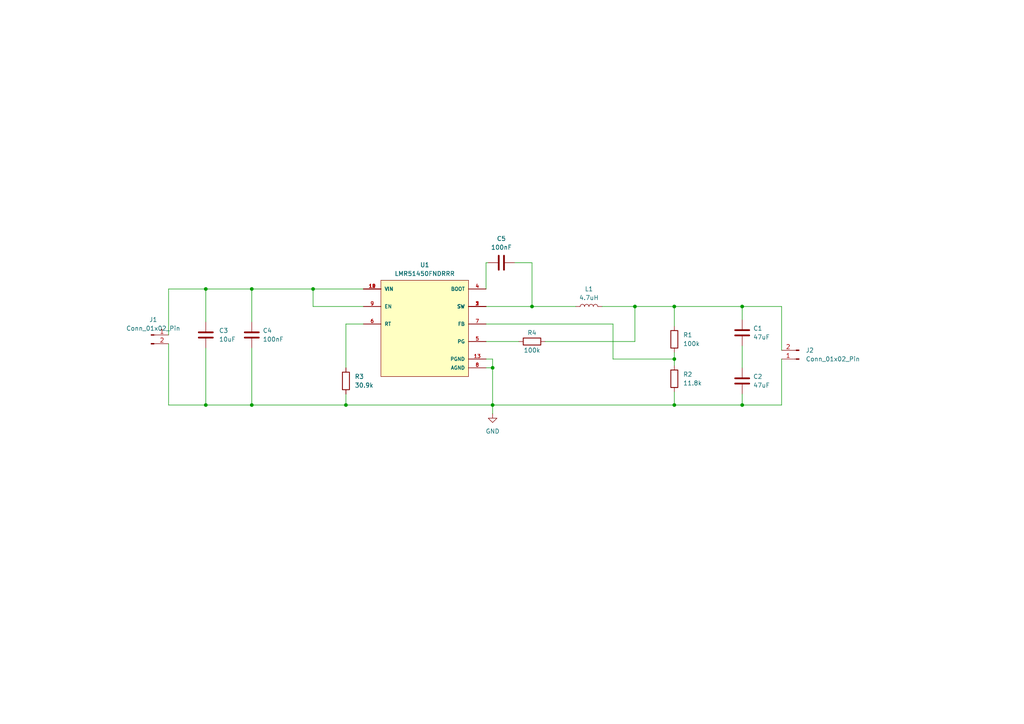
<source format=kicad_sch>
(kicad_sch
	(version 20250114)
	(generator "eeschema")
	(generator_version "9.0")
	(uuid "23d6fee2-33d1-4a2e-ab7d-c267a8d27bbd")
	(paper "A4")
	(lib_symbols
		(symbol "Connector:Conn_01x02_Pin"
			(pin_names
				(offset 1.016)
				(hide yes)
			)
			(exclude_from_sim no)
			(in_bom yes)
			(on_board yes)
			(property "Reference" "J"
				(at 0 2.54 0)
				(effects
					(font
						(size 1.27 1.27)
					)
				)
			)
			(property "Value" "Conn_01x02_Pin"
				(at 0 -5.08 0)
				(effects
					(font
						(size 1.27 1.27)
					)
				)
			)
			(property "Footprint" ""
				(at 0 0 0)
				(effects
					(font
						(size 1.27 1.27)
					)
					(hide yes)
				)
			)
			(property "Datasheet" "~"
				(at 0 0 0)
				(effects
					(font
						(size 1.27 1.27)
					)
					(hide yes)
				)
			)
			(property "Description" "Generic connector, single row, 01x02, script generated"
				(at 0 0 0)
				(effects
					(font
						(size 1.27 1.27)
					)
					(hide yes)
				)
			)
			(property "ki_locked" ""
				(at 0 0 0)
				(effects
					(font
						(size 1.27 1.27)
					)
				)
			)
			(property "ki_keywords" "connector"
				(at 0 0 0)
				(effects
					(font
						(size 1.27 1.27)
					)
					(hide yes)
				)
			)
			(property "ki_fp_filters" "Connector*:*_1x??_*"
				(at 0 0 0)
				(effects
					(font
						(size 1.27 1.27)
					)
					(hide yes)
				)
			)
			(symbol "Conn_01x02_Pin_1_1"
				(rectangle
					(start 0.8636 0.127)
					(end 0 -0.127)
					(stroke
						(width 0.1524)
						(type default)
					)
					(fill
						(type outline)
					)
				)
				(rectangle
					(start 0.8636 -2.413)
					(end 0 -2.667)
					(stroke
						(width 0.1524)
						(type default)
					)
					(fill
						(type outline)
					)
				)
				(polyline
					(pts
						(xy 1.27 0) (xy 0.8636 0)
					)
					(stroke
						(width 0.1524)
						(type default)
					)
					(fill
						(type none)
					)
				)
				(polyline
					(pts
						(xy 1.27 -2.54) (xy 0.8636 -2.54)
					)
					(stroke
						(width 0.1524)
						(type default)
					)
					(fill
						(type none)
					)
				)
				(pin passive line
					(at 5.08 0 180)
					(length 3.81)
					(name "Pin_1"
						(effects
							(font
								(size 1.27 1.27)
							)
						)
					)
					(number "1"
						(effects
							(font
								(size 1.27 1.27)
							)
						)
					)
				)
				(pin passive line
					(at 5.08 -2.54 180)
					(length 3.81)
					(name "Pin_2"
						(effects
							(font
								(size 1.27 1.27)
							)
						)
					)
					(number "2"
						(effects
							(font
								(size 1.27 1.27)
							)
						)
					)
				)
			)
			(embedded_fonts no)
		)
		(symbol "Device:C"
			(pin_numbers
				(hide yes)
			)
			(pin_names
				(offset 0.254)
			)
			(exclude_from_sim no)
			(in_bom yes)
			(on_board yes)
			(property "Reference" "C"
				(at 0.635 2.54 0)
				(effects
					(font
						(size 1.27 1.27)
					)
					(justify left)
				)
			)
			(property "Value" "C"
				(at 0.635 -2.54 0)
				(effects
					(font
						(size 1.27 1.27)
					)
					(justify left)
				)
			)
			(property "Footprint" ""
				(at 0.9652 -3.81 0)
				(effects
					(font
						(size 1.27 1.27)
					)
					(hide yes)
				)
			)
			(property "Datasheet" "~"
				(at 0 0 0)
				(effects
					(font
						(size 1.27 1.27)
					)
					(hide yes)
				)
			)
			(property "Description" "Unpolarized capacitor"
				(at 0 0 0)
				(effects
					(font
						(size 1.27 1.27)
					)
					(hide yes)
				)
			)
			(property "ki_keywords" "cap capacitor"
				(at 0 0 0)
				(effects
					(font
						(size 1.27 1.27)
					)
					(hide yes)
				)
			)
			(property "ki_fp_filters" "C_*"
				(at 0 0 0)
				(effects
					(font
						(size 1.27 1.27)
					)
					(hide yes)
				)
			)
			(symbol "C_0_1"
				(polyline
					(pts
						(xy -2.032 0.762) (xy 2.032 0.762)
					)
					(stroke
						(width 0.508)
						(type default)
					)
					(fill
						(type none)
					)
				)
				(polyline
					(pts
						(xy -2.032 -0.762) (xy 2.032 -0.762)
					)
					(stroke
						(width 0.508)
						(type default)
					)
					(fill
						(type none)
					)
				)
			)
			(symbol "C_1_1"
				(pin passive line
					(at 0 3.81 270)
					(length 2.794)
					(name "~"
						(effects
							(font
								(size 1.27 1.27)
							)
						)
					)
					(number "1"
						(effects
							(font
								(size 1.27 1.27)
							)
						)
					)
				)
				(pin passive line
					(at 0 -3.81 90)
					(length 2.794)
					(name "~"
						(effects
							(font
								(size 1.27 1.27)
							)
						)
					)
					(number "2"
						(effects
							(font
								(size 1.27 1.27)
							)
						)
					)
				)
			)
			(embedded_fonts no)
		)
		(symbol "Device:L"
			(pin_numbers
				(hide yes)
			)
			(pin_names
				(offset 1.016)
				(hide yes)
			)
			(exclude_from_sim no)
			(in_bom yes)
			(on_board yes)
			(property "Reference" "L"
				(at -1.27 0 90)
				(effects
					(font
						(size 1.27 1.27)
					)
				)
			)
			(property "Value" "L"
				(at 1.905 0 90)
				(effects
					(font
						(size 1.27 1.27)
					)
				)
			)
			(property "Footprint" ""
				(at 0 0 0)
				(effects
					(font
						(size 1.27 1.27)
					)
					(hide yes)
				)
			)
			(property "Datasheet" "~"
				(at 0 0 0)
				(effects
					(font
						(size 1.27 1.27)
					)
					(hide yes)
				)
			)
			(property "Description" "Inductor"
				(at 0 0 0)
				(effects
					(font
						(size 1.27 1.27)
					)
					(hide yes)
				)
			)
			(property "ki_keywords" "inductor choke coil reactor magnetic"
				(at 0 0 0)
				(effects
					(font
						(size 1.27 1.27)
					)
					(hide yes)
				)
			)
			(property "ki_fp_filters" "Choke_* *Coil* Inductor_* L_*"
				(at 0 0 0)
				(effects
					(font
						(size 1.27 1.27)
					)
					(hide yes)
				)
			)
			(symbol "L_0_1"
				(arc
					(start 0 2.54)
					(mid 0.6323 1.905)
					(end 0 1.27)
					(stroke
						(width 0)
						(type default)
					)
					(fill
						(type none)
					)
				)
				(arc
					(start 0 1.27)
					(mid 0.6323 0.635)
					(end 0 0)
					(stroke
						(width 0)
						(type default)
					)
					(fill
						(type none)
					)
				)
				(arc
					(start 0 0)
					(mid 0.6323 -0.635)
					(end 0 -1.27)
					(stroke
						(width 0)
						(type default)
					)
					(fill
						(type none)
					)
				)
				(arc
					(start 0 -1.27)
					(mid 0.6323 -1.905)
					(end 0 -2.54)
					(stroke
						(width 0)
						(type default)
					)
					(fill
						(type none)
					)
				)
			)
			(symbol "L_1_1"
				(pin passive line
					(at 0 3.81 270)
					(length 1.27)
					(name "1"
						(effects
							(font
								(size 1.27 1.27)
							)
						)
					)
					(number "1"
						(effects
							(font
								(size 1.27 1.27)
							)
						)
					)
				)
				(pin passive line
					(at 0 -3.81 90)
					(length 1.27)
					(name "2"
						(effects
							(font
								(size 1.27 1.27)
							)
						)
					)
					(number "2"
						(effects
							(font
								(size 1.27 1.27)
							)
						)
					)
				)
			)
			(embedded_fonts no)
		)
		(symbol "Device:R"
			(pin_numbers
				(hide yes)
			)
			(pin_names
				(offset 0)
			)
			(exclude_from_sim no)
			(in_bom yes)
			(on_board yes)
			(property "Reference" "R"
				(at 2.032 0 90)
				(effects
					(font
						(size 1.27 1.27)
					)
				)
			)
			(property "Value" "R"
				(at 0 0 90)
				(effects
					(font
						(size 1.27 1.27)
					)
				)
			)
			(property "Footprint" ""
				(at -1.778 0 90)
				(effects
					(font
						(size 1.27 1.27)
					)
					(hide yes)
				)
			)
			(property "Datasheet" "~"
				(at 0 0 0)
				(effects
					(font
						(size 1.27 1.27)
					)
					(hide yes)
				)
			)
			(property "Description" "Resistor"
				(at 0 0 0)
				(effects
					(font
						(size 1.27 1.27)
					)
					(hide yes)
				)
			)
			(property "ki_keywords" "R res resistor"
				(at 0 0 0)
				(effects
					(font
						(size 1.27 1.27)
					)
					(hide yes)
				)
			)
			(property "ki_fp_filters" "R_*"
				(at 0 0 0)
				(effects
					(font
						(size 1.27 1.27)
					)
					(hide yes)
				)
			)
			(symbol "R_0_1"
				(rectangle
					(start -1.016 -2.54)
					(end 1.016 2.54)
					(stroke
						(width 0.254)
						(type default)
					)
					(fill
						(type none)
					)
				)
			)
			(symbol "R_1_1"
				(pin passive line
					(at 0 3.81 270)
					(length 1.27)
					(name "~"
						(effects
							(font
								(size 1.27 1.27)
							)
						)
					)
					(number "1"
						(effects
							(font
								(size 1.27 1.27)
							)
						)
					)
				)
				(pin passive line
					(at 0 -3.81 90)
					(length 1.27)
					(name "~"
						(effects
							(font
								(size 1.27 1.27)
							)
						)
					)
					(number "2"
						(effects
							(font
								(size 1.27 1.27)
							)
						)
					)
				)
			)
			(embedded_fonts no)
		)
		(symbol "LMR51450FNDRRR:LMR51450FNDRRR"
			(pin_names
				(offset 1.016)
			)
			(exclude_from_sim no)
			(in_bom yes)
			(on_board yes)
			(property "Reference" "U"
				(at -12.7 13.335 0)
				(effects
					(font
						(size 1.27 1.27)
					)
					(justify left bottom)
				)
			)
			(property "Value" "LMR51450FNDRRR"
				(at -12.7 -17.78 0)
				(effects
					(font
						(size 1.27 1.27)
					)
					(justify left bottom)
				)
			)
			(property "Footprint" "LMR51450FNDRRR:CONV_LMR51450FNDRRR"
				(at 0 0 0)
				(effects
					(font
						(size 1.27 1.27)
					)
					(justify bottom)
					(hide yes)
				)
			)
			(property "Datasheet" ""
				(at 0 0 0)
				(effects
					(font
						(size 1.27 1.27)
					)
					(hide yes)
				)
			)
			(property "Description" ""
				(at 0 0 0)
				(effects
					(font
						(size 1.27 1.27)
					)
					(hide yes)
				)
			)
			(property "MF" "Texas Instruments"
				(at 0 0 0)
				(effects
					(font
						(size 1.27 1.27)
					)
					(justify bottom)
					(hide yes)
				)
			)
			(property "MAXIMUM_PACKAGE_HEIGHT" "0.80 mm"
				(at 0 0 0)
				(effects
					(font
						(size 1.27 1.27)
					)
					(justify bottom)
					(hide yes)
				)
			)
			(property "Package" "WSON-12 Texas Instruments"
				(at 0 0 0)
				(effects
					(font
						(size 1.27 1.27)
					)
					(justify bottom)
					(hide yes)
				)
			)
			(property "Price" "None"
				(at 0 0 0)
				(effects
					(font
						(size 1.27 1.27)
					)
					(justify bottom)
					(hide yes)
				)
			)
			(property "Check_prices" "https://www.snapeda.com/parts/LMR51450FNDRRR/Texas+Instruments/view-part/?ref=eda"
				(at 0 0 0)
				(effects
					(font
						(size 1.27 1.27)
					)
					(justify bottom)
					(hide yes)
				)
			)
			(property "STANDARD" "Manufacturer Recommendations"
				(at 0 0 0)
				(effects
					(font
						(size 1.27 1.27)
					)
					(justify bottom)
					(hide yes)
				)
			)
			(property "PARTREV" "December 2022"
				(at 0 0 0)
				(effects
					(font
						(size 1.27 1.27)
					)
					(justify bottom)
					(hide yes)
				)
			)
			(property "SnapEDA_Link" "https://www.snapeda.com/parts/LMR51450FNDRRR/Texas+Instruments/view-part/?ref=snap"
				(at 0 0 0)
				(effects
					(font
						(size 1.27 1.27)
					)
					(justify bottom)
					(hide yes)
				)
			)
			(property "MP" "LMR51450FNDRRR"
				(at 0 0 0)
				(effects
					(font
						(size 1.27 1.27)
					)
					(justify bottom)
					(hide yes)
				)
			)
			(property "Description_1" "36-V, 5-A synchronous buck converter"
				(at 0 0 0)
				(effects
					(font
						(size 1.27 1.27)
					)
					(justify bottom)
					(hide yes)
				)
			)
			(property "Availability" "In Stock"
				(at 0 0 0)
				(effects
					(font
						(size 1.27 1.27)
					)
					(justify bottom)
					(hide yes)
				)
			)
			(property "MANUFACTURER" "Texas Instruments"
				(at 0 0 0)
				(effects
					(font
						(size 1.27 1.27)
					)
					(justify bottom)
					(hide yes)
				)
			)
			(symbol "LMR51450FNDRRR_0_0"
				(rectangle
					(start -12.7 -15.24)
					(end 12.7 12.7)
					(stroke
						(width 0.1524)
						(type default)
					)
					(fill
						(type background)
					)
				)
				(pin input line
					(at -17.78 10.16 0)
					(length 5.08)
					(name "VIN"
						(effects
							(font
								(size 1.016 1.016)
							)
						)
					)
					(number "10"
						(effects
							(font
								(size 1.016 1.016)
							)
						)
					)
				)
				(pin input line
					(at -17.78 10.16 0)
					(length 5.08)
					(name "VIN"
						(effects
							(font
								(size 1.016 1.016)
							)
						)
					)
					(number "11"
						(effects
							(font
								(size 1.016 1.016)
							)
						)
					)
				)
				(pin input line
					(at -17.78 10.16 0)
					(length 5.08)
					(name "VIN"
						(effects
							(font
								(size 1.016 1.016)
							)
						)
					)
					(number "12"
						(effects
							(font
								(size 1.016 1.016)
							)
						)
					)
				)
				(pin input line
					(at -17.78 5.08 0)
					(length 5.08)
					(name "EN"
						(effects
							(font
								(size 1.016 1.016)
							)
						)
					)
					(number "9"
						(effects
							(font
								(size 1.016 1.016)
							)
						)
					)
				)
				(pin input line
					(at -17.78 0 0)
					(length 5.08)
					(name "RT"
						(effects
							(font
								(size 1.016 1.016)
							)
						)
					)
					(number "6"
						(effects
							(font
								(size 1.016 1.016)
							)
						)
					)
				)
				(pin passive line
					(at 17.78 10.16 180)
					(length 5.08)
					(name "BOOT"
						(effects
							(font
								(size 1.016 1.016)
							)
						)
					)
					(number "4"
						(effects
							(font
								(size 1.016 1.016)
							)
						)
					)
				)
				(pin output line
					(at 17.78 5.08 180)
					(length 5.08)
					(name "SW"
						(effects
							(font
								(size 1.016 1.016)
							)
						)
					)
					(number "1"
						(effects
							(font
								(size 1.016 1.016)
							)
						)
					)
				)
				(pin output line
					(at 17.78 5.08 180)
					(length 5.08)
					(name "SW"
						(effects
							(font
								(size 1.016 1.016)
							)
						)
					)
					(number "2"
						(effects
							(font
								(size 1.016 1.016)
							)
						)
					)
				)
				(pin output line
					(at 17.78 5.08 180)
					(length 5.08)
					(name "SW"
						(effects
							(font
								(size 1.016 1.016)
							)
						)
					)
					(number "3"
						(effects
							(font
								(size 1.016 1.016)
							)
						)
					)
				)
				(pin input line
					(at 17.78 0 180)
					(length 5.08)
					(name "FB"
						(effects
							(font
								(size 1.016 1.016)
							)
						)
					)
					(number "7"
						(effects
							(font
								(size 1.016 1.016)
							)
						)
					)
				)
				(pin output line
					(at 17.78 -5.08 180)
					(length 5.08)
					(name "PG"
						(effects
							(font
								(size 1.016 1.016)
							)
						)
					)
					(number "5"
						(effects
							(font
								(size 1.016 1.016)
							)
						)
					)
				)
				(pin power_in line
					(at 17.78 -10.16 180)
					(length 5.08)
					(name "PGND"
						(effects
							(font
								(size 1.016 1.016)
							)
						)
					)
					(number "13"
						(effects
							(font
								(size 1.016 1.016)
							)
						)
					)
				)
				(pin power_in line
					(at 17.78 -12.7 180)
					(length 5.08)
					(name "AGND"
						(effects
							(font
								(size 1.016 1.016)
							)
						)
					)
					(number "8"
						(effects
							(font
								(size 1.016 1.016)
							)
						)
					)
				)
			)
			(embedded_fonts no)
		)
		(symbol "power:GND"
			(power)
			(pin_numbers
				(hide yes)
			)
			(pin_names
				(offset 0)
				(hide yes)
			)
			(exclude_from_sim no)
			(in_bom yes)
			(on_board yes)
			(property "Reference" "#PWR"
				(at 0 -6.35 0)
				(effects
					(font
						(size 1.27 1.27)
					)
					(hide yes)
				)
			)
			(property "Value" "GND"
				(at 0 -3.81 0)
				(effects
					(font
						(size 1.27 1.27)
					)
				)
			)
			(property "Footprint" ""
				(at 0 0 0)
				(effects
					(font
						(size 1.27 1.27)
					)
					(hide yes)
				)
			)
			(property "Datasheet" ""
				(at 0 0 0)
				(effects
					(font
						(size 1.27 1.27)
					)
					(hide yes)
				)
			)
			(property "Description" "Power symbol creates a global label with name \"GND\" , ground"
				(at 0 0 0)
				(effects
					(font
						(size 1.27 1.27)
					)
					(hide yes)
				)
			)
			(property "ki_keywords" "global power"
				(at 0 0 0)
				(effects
					(font
						(size 1.27 1.27)
					)
					(hide yes)
				)
			)
			(symbol "GND_0_1"
				(polyline
					(pts
						(xy 0 0) (xy 0 -1.27) (xy 1.27 -1.27) (xy 0 -2.54) (xy -1.27 -1.27) (xy 0 -1.27)
					)
					(stroke
						(width 0)
						(type default)
					)
					(fill
						(type none)
					)
				)
			)
			(symbol "GND_1_1"
				(pin power_in line
					(at 0 0 270)
					(length 0)
					(name "~"
						(effects
							(font
								(size 1.27 1.27)
							)
						)
					)
					(number "1"
						(effects
							(font
								(size 1.27 1.27)
							)
						)
					)
				)
			)
			(embedded_fonts no)
		)
	)
	(junction
		(at 59.69 117.475)
		(diameter 0)
		(color 0 0 0 0)
		(uuid "11c4c959-ff86-42b8-aad8-680fb895ab69")
	)
	(junction
		(at 195.58 88.9)
		(diameter 0)
		(color 0 0 0 0)
		(uuid "177df5cb-8424-4a3e-be9b-bb010906b8a6")
	)
	(junction
		(at 100.33 117.475)
		(diameter 0)
		(color 0 0 0 0)
		(uuid "1832e6c8-9f0a-410e-85f3-c7c81f6aa0b8")
	)
	(junction
		(at 154.305 88.9)
		(diameter 0)
		(color 0 0 0 0)
		(uuid "1b0ae7cf-a8e5-4688-b034-339fb0ca3f07")
	)
	(junction
		(at 215.265 88.9)
		(diameter 0)
		(color 0 0 0 0)
		(uuid "32b2c794-2ceb-4309-9cfc-d52e5640ce4d")
	)
	(junction
		(at 142.875 106.68)
		(diameter 0)
		(color 0 0 0 0)
		(uuid "3dc98d7a-bdc9-4873-9974-cae574b2981c")
	)
	(junction
		(at 195.58 117.475)
		(diameter 0)
		(color 0 0 0 0)
		(uuid "4be4fd52-4db7-4fa9-89b1-8f873f03e5f5")
	)
	(junction
		(at 90.805 83.82)
		(diameter 0)
		(color 0 0 0 0)
		(uuid "5508442a-ab90-40f2-bd41-4a887b263d60")
	)
	(junction
		(at 59.69 83.82)
		(diameter 0)
		(color 0 0 0 0)
		(uuid "582d0559-5688-47a4-bafc-a4d06d59b115")
	)
	(junction
		(at 73.025 117.475)
		(diameter 0)
		(color 0 0 0 0)
		(uuid "6e9f43cd-c7ef-48c8-8c58-bacfd3aac7d1")
	)
	(junction
		(at 195.58 104.14)
		(diameter 0)
		(color 0 0 0 0)
		(uuid "8d9e1599-cb03-4a1f-a8ad-fc74d91050a1")
	)
	(junction
		(at 73.025 83.82)
		(diameter 0)
		(color 0 0 0 0)
		(uuid "9eb023a0-2c0a-4e15-bb4f-ad9f52d1628c")
	)
	(junction
		(at 184.15 88.9)
		(diameter 0)
		(color 0 0 0 0)
		(uuid "a9ecea88-af16-4ec9-92ca-c579e70eb0a6")
	)
	(junction
		(at 142.875 117.475)
		(diameter 0)
		(color 0 0 0 0)
		(uuid "ab507e3e-e293-47e2-901b-46781df9f078")
	)
	(junction
		(at 215.265 117.475)
		(diameter 0)
		(color 0 0 0 0)
		(uuid "f772dbe8-3722-4018-87f4-85101fada8b9")
	)
	(wire
		(pts
			(xy 100.33 114.3) (xy 100.33 117.475)
		)
		(stroke
			(width 0)
			(type default)
		)
		(uuid "07952837-08d5-4d08-91d3-d4fbfe265c93")
	)
	(wire
		(pts
			(xy 177.8 104.14) (xy 195.58 104.14)
		)
		(stroke
			(width 0)
			(type default)
		)
		(uuid "0e5a0b55-c163-43a2-82a0-b3ecc533a6cd")
	)
	(wire
		(pts
			(xy 105.41 93.98) (xy 100.33 93.98)
		)
		(stroke
			(width 0)
			(type default)
		)
		(uuid "137ea2f4-f60d-4f0d-a246-fcb36bddda7f")
	)
	(wire
		(pts
			(xy 73.025 100.965) (xy 73.025 117.475)
		)
		(stroke
			(width 0)
			(type default)
		)
		(uuid "14d48470-ad8a-4262-bfce-b2951c196bf6")
	)
	(wire
		(pts
			(xy 48.895 83.82) (xy 59.69 83.82)
		)
		(stroke
			(width 0)
			(type default)
		)
		(uuid "16e339b7-9322-4338-9d36-b064b4e47c65")
	)
	(wire
		(pts
			(xy 140.97 88.9) (xy 154.305 88.9)
		)
		(stroke
			(width 0)
			(type default)
		)
		(uuid "18302d6c-912b-4a1c-ab66-f96dafaa12e2")
	)
	(wire
		(pts
			(xy 73.025 83.82) (xy 90.805 83.82)
		)
		(stroke
			(width 0)
			(type default)
		)
		(uuid "1cc271ea-9cc3-4739-a9b4-3048e9ae33c9")
	)
	(wire
		(pts
			(xy 59.69 83.82) (xy 59.69 93.345)
		)
		(stroke
			(width 0)
			(type default)
		)
		(uuid "214de005-d941-4300-8cb9-a57d58b161e3")
	)
	(wire
		(pts
			(xy 73.025 117.475) (xy 59.69 117.475)
		)
		(stroke
			(width 0)
			(type default)
		)
		(uuid "224e59cb-f4b5-4e87-a944-335d0bb75399")
	)
	(wire
		(pts
			(xy 142.875 120.015) (xy 142.875 117.475)
		)
		(stroke
			(width 0)
			(type default)
		)
		(uuid "2a10902c-8f75-4499-bdaf-c51df2584693")
	)
	(wire
		(pts
			(xy 154.305 88.9) (xy 167.005 88.9)
		)
		(stroke
			(width 0)
			(type default)
		)
		(uuid "2e9da861-4e20-4d69-9d7a-1267cfb53140")
	)
	(wire
		(pts
			(xy 215.265 88.9) (xy 215.265 92.71)
		)
		(stroke
			(width 0)
			(type default)
		)
		(uuid "301d5007-760b-4490-926c-7139804cf4f7")
	)
	(wire
		(pts
			(xy 90.805 88.9) (xy 90.805 83.82)
		)
		(stroke
			(width 0)
			(type default)
		)
		(uuid "348e29b5-2bc8-4867-940b-928a2e79c98a")
	)
	(wire
		(pts
			(xy 140.97 106.68) (xy 142.875 106.68)
		)
		(stroke
			(width 0)
			(type default)
		)
		(uuid "36616faf-b08b-45c7-a854-b04ba9d805d0")
	)
	(wire
		(pts
			(xy 184.15 88.9) (xy 195.58 88.9)
		)
		(stroke
			(width 0)
			(type default)
		)
		(uuid "3693caa4-71c4-46f9-97fc-ec2a659de129")
	)
	(wire
		(pts
			(xy 142.875 117.475) (xy 100.33 117.475)
		)
		(stroke
			(width 0)
			(type default)
		)
		(uuid "36fdfea6-653f-4474-9560-e3db883383b7")
	)
	(wire
		(pts
			(xy 195.58 88.9) (xy 195.58 94.615)
		)
		(stroke
			(width 0)
			(type default)
		)
		(uuid "3b08b53f-fc14-4e85-be76-656c41f945f6")
	)
	(wire
		(pts
			(xy 154.305 76.2) (xy 154.305 88.9)
		)
		(stroke
			(width 0)
			(type default)
		)
		(uuid "404dac0c-f6bb-4f99-952c-d47c7afbd00c")
	)
	(wire
		(pts
			(xy 48.895 97.155) (xy 48.895 83.82)
		)
		(stroke
			(width 0)
			(type default)
		)
		(uuid "43aac3c4-db71-46b1-874f-e193f327e9ee")
	)
	(wire
		(pts
			(xy 215.265 100.33) (xy 215.265 106.68)
		)
		(stroke
			(width 0)
			(type default)
		)
		(uuid "4c63c048-ee3e-4acb-9133-31c58df88615")
	)
	(wire
		(pts
			(xy 142.875 104.14) (xy 142.875 106.68)
		)
		(stroke
			(width 0)
			(type default)
		)
		(uuid "4d54566d-ddca-4a8f-b22b-3c50f16744f8")
	)
	(wire
		(pts
			(xy 195.58 104.14) (xy 195.58 106.045)
		)
		(stroke
			(width 0)
			(type default)
		)
		(uuid "4f34c0d8-d901-48f7-992b-f97324ccd24c")
	)
	(wire
		(pts
			(xy 140.97 104.14) (xy 142.875 104.14)
		)
		(stroke
			(width 0)
			(type default)
		)
		(uuid "5205fcb8-8664-4d4b-892d-b7787e725c4c")
	)
	(wire
		(pts
			(xy 48.895 99.695) (xy 48.895 117.475)
		)
		(stroke
			(width 0)
			(type default)
		)
		(uuid "5357f9df-6f0a-4f1a-a402-7e6f24023c55")
	)
	(wire
		(pts
			(xy 177.8 93.98) (xy 177.8 104.14)
		)
		(stroke
			(width 0)
			(type default)
		)
		(uuid "5e9e1c64-7e75-4220-ba3d-950ccd7b6b16")
	)
	(wire
		(pts
			(xy 158.115 99.06) (xy 184.15 99.06)
		)
		(stroke
			(width 0)
			(type default)
		)
		(uuid "620b0ed0-47f9-4cc7-9709-7558661b2e3a")
	)
	(wire
		(pts
			(xy 59.69 117.475) (xy 59.69 100.965)
		)
		(stroke
			(width 0)
			(type default)
		)
		(uuid "6aaa0b57-6149-46ac-8346-f0d26c7954d4")
	)
	(wire
		(pts
			(xy 73.025 93.345) (xy 73.025 83.82)
		)
		(stroke
			(width 0)
			(type default)
		)
		(uuid "763d9f23-9103-4ccb-8320-c1ef0e9e6d09")
	)
	(wire
		(pts
			(xy 100.33 117.475) (xy 73.025 117.475)
		)
		(stroke
			(width 0)
			(type default)
		)
		(uuid "8fe2811d-cb0e-4fb3-b8c1-81efa08a57f3")
	)
	(wire
		(pts
			(xy 195.58 113.665) (xy 195.58 117.475)
		)
		(stroke
			(width 0)
			(type default)
		)
		(uuid "92404952-33b3-4656-bebc-b60008530623")
	)
	(wire
		(pts
			(xy 48.895 117.475) (xy 59.69 117.475)
		)
		(stroke
			(width 0)
			(type default)
		)
		(uuid "9fc78e55-73c8-4a08-b2f4-335f40daae4e")
	)
	(wire
		(pts
			(xy 59.69 83.82) (xy 73.025 83.82)
		)
		(stroke
			(width 0)
			(type default)
		)
		(uuid "a566685e-fcc3-429e-8302-c4f2484fa84e")
	)
	(wire
		(pts
			(xy 100.33 93.98) (xy 100.33 106.68)
		)
		(stroke
			(width 0)
			(type default)
		)
		(uuid "a8976ed5-3c80-469e-84e9-c02eda31263e")
	)
	(wire
		(pts
			(xy 140.97 83.82) (xy 140.97 76.2)
		)
		(stroke
			(width 0)
			(type default)
		)
		(uuid "b257e80c-81a6-453d-866d-7a34383daf1a")
	)
	(wire
		(pts
			(xy 226.695 117.475) (xy 215.265 117.475)
		)
		(stroke
			(width 0)
			(type default)
		)
		(uuid "b49036b3-0ab9-4af9-8100-59c7a055aad9")
	)
	(wire
		(pts
			(xy 226.695 88.9) (xy 215.265 88.9)
		)
		(stroke
			(width 0)
			(type default)
		)
		(uuid "bba3c3d7-5c4b-4fbf-8e05-c4f00b4d6861")
	)
	(wire
		(pts
			(xy 215.265 117.475) (xy 195.58 117.475)
		)
		(stroke
			(width 0)
			(type default)
		)
		(uuid "c8850897-30a3-42b3-b882-d2dcc9d49692")
	)
	(wire
		(pts
			(xy 195.58 102.235) (xy 195.58 104.14)
		)
		(stroke
			(width 0)
			(type default)
		)
		(uuid "cc46a0b0-d39b-46e9-86d8-662b580b54df")
	)
	(wire
		(pts
			(xy 195.58 88.9) (xy 215.265 88.9)
		)
		(stroke
			(width 0)
			(type default)
		)
		(uuid "cc992968-1934-41d7-a7f3-f69161566ab1")
	)
	(wire
		(pts
			(xy 226.695 101.6) (xy 226.695 88.9)
		)
		(stroke
			(width 0)
			(type default)
		)
		(uuid "cd341942-a0a5-4b6b-88d7-36fc98f7986d")
	)
	(wire
		(pts
			(xy 105.41 83.82) (xy 90.805 83.82)
		)
		(stroke
			(width 0)
			(type default)
		)
		(uuid "d0e9eeef-c737-43ca-8d95-0538b25f15c4")
	)
	(wire
		(pts
			(xy 184.15 99.06) (xy 184.15 88.9)
		)
		(stroke
			(width 0)
			(type default)
		)
		(uuid "d242b98f-5eba-4f08-a622-1898656b6624")
	)
	(wire
		(pts
			(xy 195.58 117.475) (xy 142.875 117.475)
		)
		(stroke
			(width 0)
			(type default)
		)
		(uuid "d71ece85-a1e7-4b0a-9d35-0ae90e77b33f")
	)
	(wire
		(pts
			(xy 142.875 106.68) (xy 142.875 117.475)
		)
		(stroke
			(width 0)
			(type default)
		)
		(uuid "db01edb4-37a1-496f-bb8d-f5b889deb2ec")
	)
	(wire
		(pts
			(xy 149.225 76.2) (xy 154.305 76.2)
		)
		(stroke
			(width 0)
			(type default)
		)
		(uuid "dc5b4575-434f-43e0-91ae-8d42ff03d198")
	)
	(wire
		(pts
			(xy 215.265 114.3) (xy 215.265 117.475)
		)
		(stroke
			(width 0)
			(type default)
		)
		(uuid "dca8854d-92ec-4b89-8da6-2385f4a4e8a8")
	)
	(wire
		(pts
			(xy 105.41 88.9) (xy 90.805 88.9)
		)
		(stroke
			(width 0)
			(type default)
		)
		(uuid "dd654517-a963-457b-aee6-58c647cbd1b6")
	)
	(wire
		(pts
			(xy 174.625 88.9) (xy 184.15 88.9)
		)
		(stroke
			(width 0)
			(type default)
		)
		(uuid "dfd0d0e8-5c1d-4de3-8080-49f2f970d926")
	)
	(wire
		(pts
			(xy 140.97 99.06) (xy 150.495 99.06)
		)
		(stroke
			(width 0)
			(type default)
		)
		(uuid "dfdee799-593b-4d3b-a071-edd9b98f2f1a")
	)
	(wire
		(pts
			(xy 226.695 104.14) (xy 226.695 117.475)
		)
		(stroke
			(width 0)
			(type default)
		)
		(uuid "e866c59e-436d-49b1-9336-fdef3e16eb11")
	)
	(wire
		(pts
			(xy 140.97 76.2) (xy 141.605 76.2)
		)
		(stroke
			(width 0)
			(type default)
		)
		(uuid "f5e6cd9b-e536-4a4f-82f7-770440ade921")
	)
	(wire
		(pts
			(xy 140.97 93.98) (xy 177.8 93.98)
		)
		(stroke
			(width 0)
			(type default)
		)
		(uuid "f96c0548-b581-4ae7-84b2-267231a657a0")
	)
	(symbol
		(lib_id "Device:C")
		(at 215.265 96.52 0)
		(unit 1)
		(exclude_from_sim no)
		(in_bom yes)
		(on_board yes)
		(dnp no)
		(fields_autoplaced yes)
		(uuid "016af8aa-8a2d-4d79-b217-ea7d34e6b592")
		(property "Reference" "C1"
			(at 218.44 95.2499 0)
			(effects
				(font
					(size 1.27 1.27)
				)
				(justify left)
			)
		)
		(property "Value" "47uF"
			(at 218.44 97.7899 0)
			(effects
				(font
					(size 1.27 1.27)
				)
				(justify left)
			)
		)
		(property "Footprint" "Capacitor_SMD:CP_Elec_6.3x4.9"
			(at 216.2302 100.33 0)
			(effects
				(font
					(size 1.27 1.27)
				)
				(hide yes)
			)
		)
		(property "Datasheet" "~"
			(at 215.265 96.52 0)
			(effects
				(font
					(size 1.27 1.27)
				)
				(hide yes)
			)
		)
		(property "Description" "Unpolarized capacitor"
			(at 215.265 96.52 0)
			(effects
				(font
					(size 1.27 1.27)
				)
				(hide yes)
			)
		)
		(pin "2"
			(uuid "8ba7cdaf-d6e9-4475-a22e-5f7920350b08")
		)
		(pin "1"
			(uuid "8ab66229-af3f-4e26-9595-efb64cece7c0")
		)
		(instances
			(project ""
				(path "/23d6fee2-33d1-4a2e-ab7d-c267a8d27bbd"
					(reference "C1")
					(unit 1)
				)
			)
		)
	)
	(symbol
		(lib_id "Device:C")
		(at 145.415 76.2 90)
		(unit 1)
		(exclude_from_sim no)
		(in_bom yes)
		(on_board yes)
		(dnp no)
		(fields_autoplaced yes)
		(uuid "3230ee3f-8a6c-4667-8fd7-75dd8dfbedf2")
		(property "Reference" "C5"
			(at 145.415 69.215 90)
			(effects
				(font
					(size 1.27 1.27)
				)
			)
		)
		(property "Value" "100nF"
			(at 145.415 71.755 90)
			(effects
				(font
					(size 1.27 1.27)
				)
			)
		)
		(property "Footprint" "Capacitor_SMD:C_0603_1608Metric"
			(at 149.225 75.2348 0)
			(effects
				(font
					(size 1.27 1.27)
				)
				(hide yes)
			)
		)
		(property "Datasheet" "~"
			(at 145.415 76.2 0)
			(effects
				(font
					(size 1.27 1.27)
				)
				(hide yes)
			)
		)
		(property "Description" "Unpolarized capacitor"
			(at 145.415 76.2 0)
			(effects
				(font
					(size 1.27 1.27)
				)
				(hide yes)
			)
		)
		(pin "2"
			(uuid "c70475cf-f2d5-4a8c-906d-2e1a4f74394c")
		)
		(pin "1"
			(uuid "8bbfea7d-cb03-4509-8ce9-e1ae5348be70")
		)
		(instances
			(project "BUCK_T"
				(path "/23d6fee2-33d1-4a2e-ab7d-c267a8d27bbd"
					(reference "C5")
					(unit 1)
				)
			)
		)
	)
	(symbol
		(lib_id "Connector:Conn_01x02_Pin")
		(at 43.815 97.155 0)
		(unit 1)
		(exclude_from_sim no)
		(in_bom yes)
		(on_board yes)
		(dnp no)
		(fields_autoplaced yes)
		(uuid "3c18de7e-e645-4bff-9312-2d5aca52fbbb")
		(property "Reference" "J1"
			(at 44.45 92.71 0)
			(effects
				(font
					(size 1.27 1.27)
				)
			)
		)
		(property "Value" "Conn_01x02_Pin"
			(at 44.45 95.25 0)
			(effects
				(font
					(size 1.27 1.27)
				)
			)
		)
		(property "Footprint" "Connector_PinHeader_2.54mm:PinHeader_1x02_P2.54mm_Vertical"
			(at 43.815 97.155 0)
			(effects
				(font
					(size 1.27 1.27)
				)
				(hide yes)
			)
		)
		(property "Datasheet" "~"
			(at 43.815 97.155 0)
			(effects
				(font
					(size 1.27 1.27)
				)
				(hide yes)
			)
		)
		(property "Description" "Generic connector, single row, 01x02, script generated"
			(at 43.815 97.155 0)
			(effects
				(font
					(size 1.27 1.27)
				)
				(hide yes)
			)
		)
		(pin "2"
			(uuid "34979e3e-7e3b-4470-8c8a-c502c633fac2")
		)
		(pin "1"
			(uuid "550cef46-c4d5-4bca-8186-0f44d0129b60")
		)
		(instances
			(project ""
				(path "/23d6fee2-33d1-4a2e-ab7d-c267a8d27bbd"
					(reference "J1")
					(unit 1)
				)
			)
		)
	)
	(symbol
		(lib_id "Device:C")
		(at 215.265 110.49 0)
		(unit 1)
		(exclude_from_sim no)
		(in_bom yes)
		(on_board yes)
		(dnp no)
		(fields_autoplaced yes)
		(uuid "5dbbd338-30d9-4ab0-a564-751eddaf2885")
		(property "Reference" "C2"
			(at 218.44 109.2199 0)
			(effects
				(font
					(size 1.27 1.27)
				)
				(justify left)
			)
		)
		(property "Value" "47uF"
			(at 218.44 111.7599 0)
			(effects
				(font
					(size 1.27 1.27)
				)
				(justify left)
			)
		)
		(property "Footprint" "Capacitor_SMD:CP_Elec_6.3x4.9"
			(at 216.2302 114.3 0)
			(effects
				(font
					(size 1.27 1.27)
				)
				(hide yes)
			)
		)
		(property "Datasheet" "~"
			(at 215.265 110.49 0)
			(effects
				(font
					(size 1.27 1.27)
				)
				(hide yes)
			)
		)
		(property "Description" "Unpolarized capacitor"
			(at 215.265 110.49 0)
			(effects
				(font
					(size 1.27 1.27)
				)
				(hide yes)
			)
		)
		(pin "1"
			(uuid "dd1aab54-2c0b-4ed7-a7f8-e706e58028ca")
		)
		(pin "2"
			(uuid "b2af811e-4ebe-45f5-9aa2-69e4920f625c")
		)
		(instances
			(project ""
				(path "/23d6fee2-33d1-4a2e-ab7d-c267a8d27bbd"
					(reference "C2")
					(unit 1)
				)
			)
		)
	)
	(symbol
		(lib_id "power:GND")
		(at 142.875 120.015 0)
		(unit 1)
		(exclude_from_sim no)
		(in_bom yes)
		(on_board yes)
		(dnp no)
		(fields_autoplaced yes)
		(uuid "5f0e9d84-a663-4de1-83ee-54a9d398f13b")
		(property "Reference" "#PWR01"
			(at 142.875 126.365 0)
			(effects
				(font
					(size 1.27 1.27)
				)
				(hide yes)
			)
		)
		(property "Value" "GND"
			(at 142.875 125.095 0)
			(effects
				(font
					(size 1.27 1.27)
				)
			)
		)
		(property "Footprint" ""
			(at 142.875 120.015 0)
			(effects
				(font
					(size 1.27 1.27)
				)
				(hide yes)
			)
		)
		(property "Datasheet" ""
			(at 142.875 120.015 0)
			(effects
				(font
					(size 1.27 1.27)
				)
				(hide yes)
			)
		)
		(property "Description" "Power symbol creates a global label with name \"GND\" , ground"
			(at 142.875 120.015 0)
			(effects
				(font
					(size 1.27 1.27)
				)
				(hide yes)
			)
		)
		(pin "1"
			(uuid "4c3426c7-1402-4c58-847c-26c78f582680")
		)
		(instances
			(project ""
				(path "/23d6fee2-33d1-4a2e-ab7d-c267a8d27bbd"
					(reference "#PWR01")
					(unit 1)
				)
			)
		)
	)
	(symbol
		(lib_id "Device:R")
		(at 195.58 109.855 0)
		(unit 1)
		(exclude_from_sim no)
		(in_bom yes)
		(on_board yes)
		(dnp no)
		(fields_autoplaced yes)
		(uuid "72516e91-8ca1-4c50-a3cb-5128fe5b8153")
		(property "Reference" "R2"
			(at 198.12 108.5849 0)
			(effects
				(font
					(size 1.27 1.27)
				)
				(justify left)
			)
		)
		(property "Value" "11.8k"
			(at 198.12 111.1249 0)
			(effects
				(font
					(size 1.27 1.27)
				)
				(justify left)
			)
		)
		(property "Footprint" "Resistor_SMD:R_0603_1608Metric"
			(at 193.802 109.855 90)
			(effects
				(font
					(size 1.27 1.27)
				)
				(hide yes)
			)
		)
		(property "Datasheet" "~"
			(at 195.58 109.855 0)
			(effects
				(font
					(size 1.27 1.27)
				)
				(hide yes)
			)
		)
		(property "Description" "Resistor"
			(at 195.58 109.855 0)
			(effects
				(font
					(size 1.27 1.27)
				)
				(hide yes)
			)
		)
		(pin "2"
			(uuid "e0cef4f1-8d49-4ca0-9c2e-3f858ca1255f")
		)
		(pin "1"
			(uuid "014627bf-6f0d-4c04-8ee7-cbe1fb1b5822")
		)
		(instances
			(project ""
				(path "/23d6fee2-33d1-4a2e-ab7d-c267a8d27bbd"
					(reference "R2")
					(unit 1)
				)
			)
		)
	)
	(symbol
		(lib_id "Connector:Conn_01x02_Pin")
		(at 231.775 104.14 180)
		(unit 1)
		(exclude_from_sim no)
		(in_bom yes)
		(on_board yes)
		(dnp no)
		(fields_autoplaced yes)
		(uuid "9446a006-665d-439f-9a79-45730f22f5d6")
		(property "Reference" "J2"
			(at 233.68 101.5999 0)
			(effects
				(font
					(size 1.27 1.27)
				)
				(justify right)
			)
		)
		(property "Value" "Conn_01x02_Pin"
			(at 233.68 104.1399 0)
			(effects
				(font
					(size 1.27 1.27)
				)
				(justify right)
			)
		)
		(property "Footprint" "Connector_PinHeader_2.54mm:PinHeader_1x02_P2.54mm_Vertical"
			(at 231.775 104.14 0)
			(effects
				(font
					(size 1.27 1.27)
				)
				(hide yes)
			)
		)
		(property "Datasheet" "~"
			(at 231.775 104.14 0)
			(effects
				(font
					(size 1.27 1.27)
				)
				(hide yes)
			)
		)
		(property "Description" "Generic connector, single row, 01x02, script generated"
			(at 231.775 104.14 0)
			(effects
				(font
					(size 1.27 1.27)
				)
				(hide yes)
			)
		)
		(pin "1"
			(uuid "21f326de-e1a1-4767-83a8-178d9faf13f3")
		)
		(pin "2"
			(uuid "a0a40abf-b995-4317-ba14-28c807bbef01")
		)
		(instances
			(project ""
				(path "/23d6fee2-33d1-4a2e-ab7d-c267a8d27bbd"
					(reference "J2")
					(unit 1)
				)
			)
		)
	)
	(symbol
		(lib_id "Device:R")
		(at 195.58 98.425 0)
		(unit 1)
		(exclude_from_sim no)
		(in_bom yes)
		(on_board yes)
		(dnp no)
		(fields_autoplaced yes)
		(uuid "a97cce9a-5de6-4c88-a3e6-f6ec672bfa74")
		(property "Reference" "R1"
			(at 198.12 97.1549 0)
			(effects
				(font
					(size 1.27 1.27)
				)
				(justify left)
			)
		)
		(property "Value" "100k"
			(at 198.12 99.6949 0)
			(effects
				(font
					(size 1.27 1.27)
				)
				(justify left)
			)
		)
		(property "Footprint" "Resistor_SMD:R_0603_1608Metric"
			(at 193.802 98.425 90)
			(effects
				(font
					(size 1.27 1.27)
				)
				(hide yes)
			)
		)
		(property "Datasheet" "~"
			(at 195.58 98.425 0)
			(effects
				(font
					(size 1.27 1.27)
				)
				(hide yes)
			)
		)
		(property "Description" "Resistor"
			(at 195.58 98.425 0)
			(effects
				(font
					(size 1.27 1.27)
				)
				(hide yes)
			)
		)
		(pin "2"
			(uuid "3725574c-1184-4202-b1f8-7616e1639bee")
		)
		(pin "1"
			(uuid "508da7cb-7b33-45e7-88b1-a97eefe31231")
		)
		(instances
			(project ""
				(path "/23d6fee2-33d1-4a2e-ab7d-c267a8d27bbd"
					(reference "R1")
					(unit 1)
				)
			)
		)
	)
	(symbol
		(lib_id "Device:R")
		(at 154.305 99.06 90)
		(unit 1)
		(exclude_from_sim no)
		(in_bom yes)
		(on_board yes)
		(dnp no)
		(uuid "ac39459e-2339-4fb6-b6b0-69998577f189")
		(property "Reference" "R4"
			(at 154.305 96.52 90)
			(effects
				(font
					(size 1.27 1.27)
				)
			)
		)
		(property "Value" "100k"
			(at 154.305 101.6 90)
			(effects
				(font
					(size 1.27 1.27)
				)
			)
		)
		(property "Footprint" "Resistor_SMD:R_0603_1608Metric"
			(at 154.305 100.838 90)
			(effects
				(font
					(size 1.27 1.27)
				)
				(hide yes)
			)
		)
		(property "Datasheet" "~"
			(at 154.305 99.06 0)
			(effects
				(font
					(size 1.27 1.27)
				)
				(hide yes)
			)
		)
		(property "Description" "Resistor"
			(at 154.305 99.06 0)
			(effects
				(font
					(size 1.27 1.27)
				)
				(hide yes)
			)
		)
		(pin "1"
			(uuid "1d3deab5-0a75-4767-9854-8b3c56dbfcf5")
		)
		(pin "2"
			(uuid "33aa9f14-844d-495c-b29a-f528ea812773")
		)
		(instances
			(project ""
				(path "/23d6fee2-33d1-4a2e-ab7d-c267a8d27bbd"
					(reference "R4")
					(unit 1)
				)
			)
		)
	)
	(symbol
		(lib_id "LMR51450FNDRRR:LMR51450FNDRRR")
		(at 123.19 93.98 0)
		(unit 1)
		(exclude_from_sim no)
		(in_bom yes)
		(on_board yes)
		(dnp no)
		(fields_autoplaced yes)
		(uuid "aca10da7-0b3a-4a8d-8157-8eeef113a439")
		(property "Reference" "U1"
			(at 123.19 76.835 0)
			(effects
				(font
					(size 1.27 1.27)
				)
			)
		)
		(property "Value" "LMR51450FNDRRR"
			(at 123.19 79.375 0)
			(effects
				(font
					(size 1.27 1.27)
				)
			)
		)
		(property "Footprint" "LMR51450:CONV_LMR51450FNDRRR"
			(at 123.19 93.98 0)
			(effects
				(font
					(size 1.27 1.27)
				)
				(justify bottom)
				(hide yes)
			)
		)
		(property "Datasheet" ""
			(at 123.19 93.98 0)
			(effects
				(font
					(size 1.27 1.27)
				)
				(hide yes)
			)
		)
		(property "Description" ""
			(at 123.19 93.98 0)
			(effects
				(font
					(size 1.27 1.27)
				)
				(hide yes)
			)
		)
		(property "MF" "Texas Instruments"
			(at 123.19 93.98 0)
			(effects
				(font
					(size 1.27 1.27)
				)
				(justify bottom)
				(hide yes)
			)
		)
		(property "MAXIMUM_PACKAGE_HEIGHT" "0.80 mm"
			(at 123.19 93.98 0)
			(effects
				(font
					(size 1.27 1.27)
				)
				(justify bottom)
				(hide yes)
			)
		)
		(property "Package" "WSON-12 Texas Instruments"
			(at 123.19 93.98 0)
			(effects
				(font
					(size 1.27 1.27)
				)
				(justify bottom)
				(hide yes)
			)
		)
		(property "Price" "None"
			(at 123.19 93.98 0)
			(effects
				(font
					(size 1.27 1.27)
				)
				(justify bottom)
				(hide yes)
			)
		)
		(property "Check_prices" "https://www.snapeda.com/parts/LMR51450FNDRRR/Texas+Instruments/view-part/?ref=eda"
			(at 123.19 93.98 0)
			(effects
				(font
					(size 1.27 1.27)
				)
				(justify bottom)
				(hide yes)
			)
		)
		(property "STANDARD" "Manufacturer Recommendations"
			(at 123.19 93.98 0)
			(effects
				(font
					(size 1.27 1.27)
				)
				(justify bottom)
				(hide yes)
			)
		)
		(property "PARTREV" "December 2022"
			(at 123.19 93.98 0)
			(effects
				(font
					(size 1.27 1.27)
				)
				(justify bottom)
				(hide yes)
			)
		)
		(property "SnapEDA_Link" "https://www.snapeda.com/parts/LMR51450FNDRRR/Texas+Instruments/view-part/?ref=snap"
			(at 123.19 93.98 0)
			(effects
				(font
					(size 1.27 1.27)
				)
				(justify bottom)
				(hide yes)
			)
		)
		(property "MP" "LMR51450FNDRRR"
			(at 123.19 93.98 0)
			(effects
				(font
					(size 1.27 1.27)
				)
				(justify bottom)
				(hide yes)
			)
		)
		(property "Description_1" "36-V, 5-A synchronous buck converter"
			(at 123.19 93.98 0)
			(effects
				(font
					(size 1.27 1.27)
				)
				(justify bottom)
				(hide yes)
			)
		)
		(property "Availability" "In Stock"
			(at 123.19 93.98 0)
			(effects
				(font
					(size 1.27 1.27)
				)
				(justify bottom)
				(hide yes)
			)
		)
		(property "MANUFACTURER" "Texas Instruments"
			(at 123.19 93.98 0)
			(effects
				(font
					(size 1.27 1.27)
				)
				(justify bottom)
				(hide yes)
			)
		)
		(pin "9"
			(uuid "c0a0c506-6d58-4f39-94bf-72297dabc68b")
		)
		(pin "3"
			(uuid "77f3a766-14de-426f-8d19-4f73180cccb0")
		)
		(pin "8"
			(uuid "acbf8a7d-dffe-4962-a309-1ca3bd1f05d4")
		)
		(pin "11"
			(uuid "e36ae97f-c0db-4f3f-8005-4e2d20f6021a")
		)
		(pin "13"
			(uuid "f9daa401-1448-44dc-856e-7496d70691a9")
		)
		(pin "12"
			(uuid "29a15b4d-3f8c-4f0d-92c1-13f0030023eb")
		)
		(pin "5"
			(uuid "a04c837f-ed75-4b48-b899-36ccd43035d2")
		)
		(pin "2"
			(uuid "dc1a9e3d-b7a6-41b4-bfc3-58ee939bfae0")
		)
		(pin "7"
			(uuid "04374665-c07c-4936-a75c-ce891bbfbcbf")
		)
		(pin "6"
			(uuid "c794f0b0-85bc-4d6f-a6b8-b4178a641dad")
		)
		(pin "10"
			(uuid "1795e06f-1eb4-4844-9be1-b5cd0addfd51")
		)
		(pin "4"
			(uuid "d6babec3-6dec-4626-837c-5187349be88e")
		)
		(pin "1"
			(uuid "d0a724ff-7909-4941-8850-fd936224a0bf")
		)
		(instances
			(project ""
				(path "/23d6fee2-33d1-4a2e-ab7d-c267a8d27bbd"
					(reference "U1")
					(unit 1)
				)
			)
		)
	)
	(symbol
		(lib_id "Device:C")
		(at 59.69 97.155 0)
		(unit 1)
		(exclude_from_sim no)
		(in_bom yes)
		(on_board yes)
		(dnp no)
		(uuid "ea28bcec-8f59-4618-ab7d-23943bf239cf")
		(property "Reference" "C3"
			(at 63.5 95.8849 0)
			(effects
				(font
					(size 1.27 1.27)
				)
				(justify left)
			)
		)
		(property "Value" "10uF"
			(at 63.5 98.4249 0)
			(effects
				(font
					(size 1.27 1.27)
				)
				(justify left)
			)
		)
		(property "Footprint" "Capacitor_SMD:C_0603_1608Metric"
			(at 60.6552 100.965 0)
			(effects
				(font
					(size 1.27 1.27)
				)
				(hide yes)
			)
		)
		(property "Datasheet" "~"
			(at 59.69 97.155 0)
			(effects
				(font
					(size 1.27 1.27)
				)
				(hide yes)
			)
		)
		(property "Description" "Unpolarized capacitor"
			(at 59.69 97.155 0)
			(effects
				(font
					(size 1.27 1.27)
				)
				(hide yes)
			)
		)
		(pin "1"
			(uuid "3e12d51b-7350-43fa-a607-e56d9e5ff412")
		)
		(pin "2"
			(uuid "c0200249-4c93-4876-8651-a40577d8ef29")
		)
		(instances
			(project ""
				(path "/23d6fee2-33d1-4a2e-ab7d-c267a8d27bbd"
					(reference "C3")
					(unit 1)
				)
			)
		)
	)
	(symbol
		(lib_id "Device:C")
		(at 73.025 97.155 0)
		(unit 1)
		(exclude_from_sim no)
		(in_bom yes)
		(on_board yes)
		(dnp no)
		(fields_autoplaced yes)
		(uuid "f9ac6099-d4f4-4e4a-b0b3-f339c2ef693e")
		(property "Reference" "C4"
			(at 76.2 95.8849 0)
			(effects
				(font
					(size 1.27 1.27)
				)
				(justify left)
			)
		)
		(property "Value" "100nF"
			(at 76.2 98.4249 0)
			(effects
				(font
					(size 1.27 1.27)
				)
				(justify left)
			)
		)
		(property "Footprint" "Capacitor_SMD:C_0603_1608Metric"
			(at 73.9902 100.965 0)
			(effects
				(font
					(size 1.27 1.27)
				)
				(hide yes)
			)
		)
		(property "Datasheet" "~"
			(at 73.025 97.155 0)
			(effects
				(font
					(size 1.27 1.27)
				)
				(hide yes)
			)
		)
		(property "Description" "Unpolarized capacitor"
			(at 73.025 97.155 0)
			(effects
				(font
					(size 1.27 1.27)
				)
				(hide yes)
			)
		)
		(pin "1"
			(uuid "1586f123-ea3b-49ea-90b8-4d5f8392d4ff")
		)
		(pin "2"
			(uuid "7b1fa501-f9f0-400c-801b-410ed097c2d1")
		)
		(instances
			(project ""
				(path "/23d6fee2-33d1-4a2e-ab7d-c267a8d27bbd"
					(reference "C4")
					(unit 1)
				)
			)
		)
	)
	(symbol
		(lib_id "Device:L")
		(at 170.815 88.9 90)
		(unit 1)
		(exclude_from_sim no)
		(in_bom yes)
		(on_board yes)
		(dnp no)
		(fields_autoplaced yes)
		(uuid "faeba7f9-2417-4f59-aa0d-09639d320fe9")
		(property "Reference" "L1"
			(at 170.815 83.82 90)
			(effects
				(font
					(size 1.27 1.27)
				)
			)
		)
		(property "Value" "4.7uH"
			(at 170.815 86.36 90)
			(effects
				(font
					(size 1.27 1.27)
				)
			)
		)
		(property "Footprint" "Inductor_SMD:L_6.3x6.3_H3"
			(at 170.815 88.9 0)
			(effects
				(font
					(size 1.27 1.27)
				)
				(hide yes)
			)
		)
		(property "Datasheet" "~"
			(at 170.815 88.9 0)
			(effects
				(font
					(size 1.27 1.27)
				)
				(hide yes)
			)
		)
		(property "Description" "Inductor"
			(at 170.815 88.9 0)
			(effects
				(font
					(size 1.27 1.27)
				)
				(hide yes)
			)
		)
		(pin "1"
			(uuid "8ae3fd1d-5cee-4264-a39a-4b5a07d87809")
		)
		(pin "2"
			(uuid "34fa47dc-73cf-4740-9f39-0c713c9f6469")
		)
		(instances
			(project ""
				(path "/23d6fee2-33d1-4a2e-ab7d-c267a8d27bbd"
					(reference "L1")
					(unit 1)
				)
			)
		)
	)
	(symbol
		(lib_id "Device:R")
		(at 100.33 110.49 0)
		(unit 1)
		(exclude_from_sim no)
		(in_bom yes)
		(on_board yes)
		(dnp no)
		(fields_autoplaced yes)
		(uuid "fe38aaad-e817-4f05-b12e-3c764568de56")
		(property "Reference" "R3"
			(at 102.87 109.2199 0)
			(effects
				(font
					(size 1.27 1.27)
				)
				(justify left)
			)
		)
		(property "Value" "30.9k"
			(at 102.87 111.7599 0)
			(effects
				(font
					(size 1.27 1.27)
				)
				(justify left)
			)
		)
		(property "Footprint" "Resistor_SMD:R_0603_1608Metric"
			(at 98.552 110.49 90)
			(effects
				(font
					(size 1.27 1.27)
				)
				(hide yes)
			)
		)
		(property "Datasheet" "~"
			(at 100.33 110.49 0)
			(effects
				(font
					(size 1.27 1.27)
				)
				(hide yes)
			)
		)
		(property "Description" "Resistor"
			(at 100.33 110.49 0)
			(effects
				(font
					(size 1.27 1.27)
				)
				(hide yes)
			)
		)
		(pin "1"
			(uuid "cd0405d3-4be0-4118-8b47-3841a6a1d696")
		)
		(pin "2"
			(uuid "c3a3e257-53f1-4176-ac76-f3f2f75334a3")
		)
		(instances
			(project ""
				(path "/23d6fee2-33d1-4a2e-ab7d-c267a8d27bbd"
					(reference "R3")
					(unit 1)
				)
			)
		)
	)
	(sheet_instances
		(path "/"
			(page "1")
		)
	)
	(embedded_fonts no)
)

</source>
